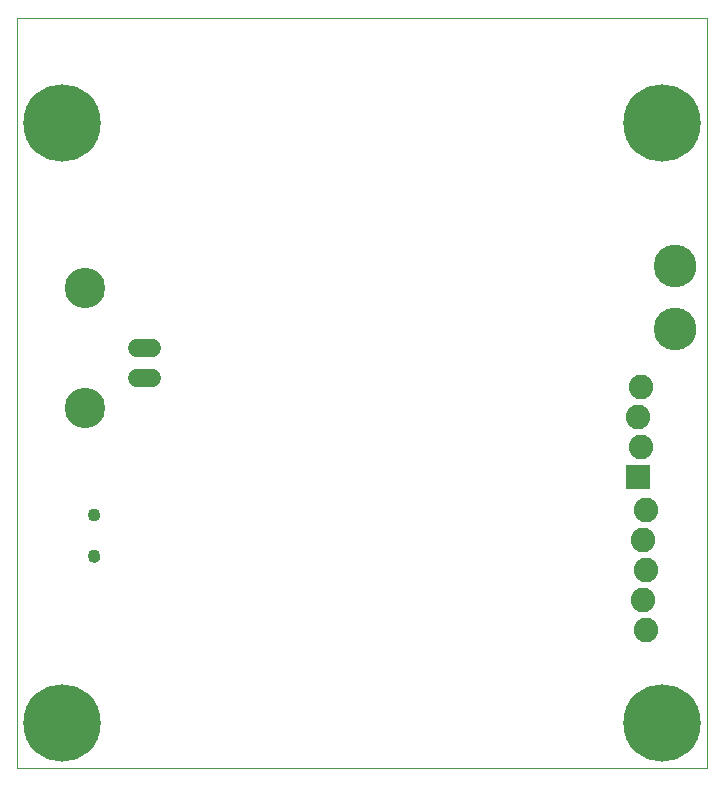
<source format=gbs>
G75*
%MOIN*%
%OFA0B0*%
%FSLAX24Y24*%
%IPPOS*%
%LPD*%
%AMOC8*
5,1,8,0,0,1.08239X$1,22.5*
%
%ADD10C,0.0000*%
%ADD11C,0.0820*%
%ADD12C,0.0434*%
%ADD13C,0.1420*%
%ADD14R,0.0820X0.0820*%
%ADD15C,0.0595*%
%ADD16C,0.1346*%
%ADD17C,0.2580*%
D10*
X009155Y001180D02*
X009155Y026180D01*
X032155Y026180D01*
X032155Y001180D01*
X009155Y001180D01*
X011528Y008241D02*
X011530Y008267D01*
X011536Y008293D01*
X011546Y008318D01*
X011559Y008341D01*
X011575Y008361D01*
X011595Y008379D01*
X011617Y008394D01*
X011640Y008406D01*
X011666Y008414D01*
X011692Y008418D01*
X011718Y008418D01*
X011744Y008414D01*
X011770Y008406D01*
X011794Y008394D01*
X011815Y008379D01*
X011835Y008361D01*
X011851Y008341D01*
X011864Y008318D01*
X011874Y008293D01*
X011880Y008267D01*
X011882Y008241D01*
X011880Y008215D01*
X011874Y008189D01*
X011864Y008164D01*
X011851Y008141D01*
X011835Y008121D01*
X011815Y008103D01*
X011793Y008088D01*
X011770Y008076D01*
X011744Y008068D01*
X011718Y008064D01*
X011692Y008064D01*
X011666Y008068D01*
X011640Y008076D01*
X011616Y008088D01*
X011595Y008103D01*
X011575Y008121D01*
X011559Y008141D01*
X011546Y008164D01*
X011536Y008189D01*
X011530Y008215D01*
X011528Y008241D01*
X011528Y009619D02*
X011530Y009645D01*
X011536Y009671D01*
X011546Y009696D01*
X011559Y009719D01*
X011575Y009739D01*
X011595Y009757D01*
X011617Y009772D01*
X011640Y009784D01*
X011666Y009792D01*
X011692Y009796D01*
X011718Y009796D01*
X011744Y009792D01*
X011770Y009784D01*
X011794Y009772D01*
X011815Y009757D01*
X011835Y009739D01*
X011851Y009719D01*
X011864Y009696D01*
X011874Y009671D01*
X011880Y009645D01*
X011882Y009619D01*
X011880Y009593D01*
X011874Y009567D01*
X011864Y009542D01*
X011851Y009519D01*
X011835Y009499D01*
X011815Y009481D01*
X011793Y009466D01*
X011770Y009454D01*
X011744Y009446D01*
X011718Y009442D01*
X011692Y009442D01*
X011666Y009446D01*
X011640Y009454D01*
X011616Y009466D01*
X011595Y009481D01*
X011575Y009499D01*
X011559Y009519D01*
X011546Y009542D01*
X011536Y009567D01*
X011530Y009593D01*
X011528Y009619D01*
X030415Y015830D02*
X030417Y015881D01*
X030423Y015932D01*
X030433Y015983D01*
X030446Y016032D01*
X030464Y016080D01*
X030485Y016127D01*
X030509Y016172D01*
X030537Y016215D01*
X030568Y016256D01*
X030602Y016295D01*
X030639Y016330D01*
X030679Y016363D01*
X030721Y016392D01*
X030765Y016419D01*
X030811Y016441D01*
X030859Y016461D01*
X030907Y016476D01*
X030957Y016488D01*
X031008Y016496D01*
X031059Y016500D01*
X031111Y016500D01*
X031162Y016496D01*
X031213Y016488D01*
X031263Y016476D01*
X031311Y016461D01*
X031359Y016441D01*
X031405Y016419D01*
X031449Y016392D01*
X031491Y016363D01*
X031531Y016330D01*
X031568Y016295D01*
X031602Y016256D01*
X031633Y016215D01*
X031661Y016172D01*
X031685Y016127D01*
X031706Y016080D01*
X031724Y016032D01*
X031737Y015983D01*
X031747Y015932D01*
X031753Y015881D01*
X031755Y015830D01*
X031753Y015779D01*
X031747Y015728D01*
X031737Y015677D01*
X031724Y015628D01*
X031706Y015580D01*
X031685Y015533D01*
X031661Y015488D01*
X031633Y015445D01*
X031602Y015404D01*
X031568Y015365D01*
X031531Y015330D01*
X031491Y015297D01*
X031449Y015268D01*
X031405Y015241D01*
X031359Y015219D01*
X031311Y015199D01*
X031263Y015184D01*
X031213Y015172D01*
X031162Y015164D01*
X031111Y015160D01*
X031059Y015160D01*
X031008Y015164D01*
X030957Y015172D01*
X030907Y015184D01*
X030859Y015199D01*
X030811Y015219D01*
X030765Y015241D01*
X030721Y015268D01*
X030679Y015297D01*
X030639Y015330D01*
X030602Y015365D01*
X030568Y015404D01*
X030537Y015445D01*
X030509Y015488D01*
X030485Y015533D01*
X030464Y015580D01*
X030446Y015628D01*
X030433Y015677D01*
X030423Y015728D01*
X030417Y015779D01*
X030415Y015830D01*
X030415Y017930D02*
X030417Y017981D01*
X030423Y018032D01*
X030433Y018083D01*
X030446Y018132D01*
X030464Y018180D01*
X030485Y018227D01*
X030509Y018272D01*
X030537Y018315D01*
X030568Y018356D01*
X030602Y018395D01*
X030639Y018430D01*
X030679Y018463D01*
X030721Y018492D01*
X030765Y018519D01*
X030811Y018541D01*
X030859Y018561D01*
X030907Y018576D01*
X030957Y018588D01*
X031008Y018596D01*
X031059Y018600D01*
X031111Y018600D01*
X031162Y018596D01*
X031213Y018588D01*
X031263Y018576D01*
X031311Y018561D01*
X031359Y018541D01*
X031405Y018519D01*
X031449Y018492D01*
X031491Y018463D01*
X031531Y018430D01*
X031568Y018395D01*
X031602Y018356D01*
X031633Y018315D01*
X031661Y018272D01*
X031685Y018227D01*
X031706Y018180D01*
X031724Y018132D01*
X031737Y018083D01*
X031747Y018032D01*
X031753Y017981D01*
X031755Y017930D01*
X031753Y017879D01*
X031747Y017828D01*
X031737Y017777D01*
X031724Y017728D01*
X031706Y017680D01*
X031685Y017633D01*
X031661Y017588D01*
X031633Y017545D01*
X031602Y017504D01*
X031568Y017465D01*
X031531Y017430D01*
X031491Y017397D01*
X031449Y017368D01*
X031405Y017341D01*
X031359Y017319D01*
X031311Y017299D01*
X031263Y017284D01*
X031213Y017272D01*
X031162Y017264D01*
X031111Y017260D01*
X031059Y017260D01*
X031008Y017264D01*
X030957Y017272D01*
X030907Y017284D01*
X030859Y017299D01*
X030811Y017319D01*
X030765Y017341D01*
X030721Y017368D01*
X030679Y017397D01*
X030639Y017430D01*
X030602Y017465D01*
X030568Y017504D01*
X030537Y017545D01*
X030509Y017588D01*
X030485Y017633D01*
X030464Y017680D01*
X030446Y017728D01*
X030433Y017777D01*
X030423Y017828D01*
X030417Y017879D01*
X030415Y017930D01*
D11*
X029955Y013880D03*
X029855Y012880D03*
X029955Y011880D03*
X030105Y009780D03*
X030005Y008780D03*
X030105Y007780D03*
X030005Y006780D03*
X030105Y005780D03*
D12*
X011705Y008241D03*
X011705Y009619D03*
D13*
X031085Y015830D03*
X031085Y017930D03*
D14*
X029855Y010880D03*
D15*
X013662Y014180D02*
X013148Y014180D01*
X013148Y015180D02*
X013662Y015180D01*
D16*
X011405Y017180D03*
X011405Y013180D03*
D17*
X010655Y022680D03*
X030655Y022680D03*
X030655Y002680D03*
X010655Y002680D03*
M02*

</source>
